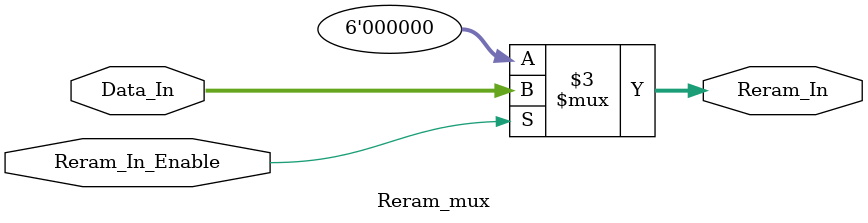
<source format=v>



module Reram_mux(
    input [5:0] Data_In,
    input Reram_In_Enable,
    output reg [5:0] Reram_In
);

//assign Reram_In = Reram_In_Enable ? Data_In[5:0] : 6'b000000;

    always@(*) begin
        if (Reram_In_Enable) Reram_In <= Data_In;
        else Reram_In <= 6'b000000;
    end
endmodule

</source>
